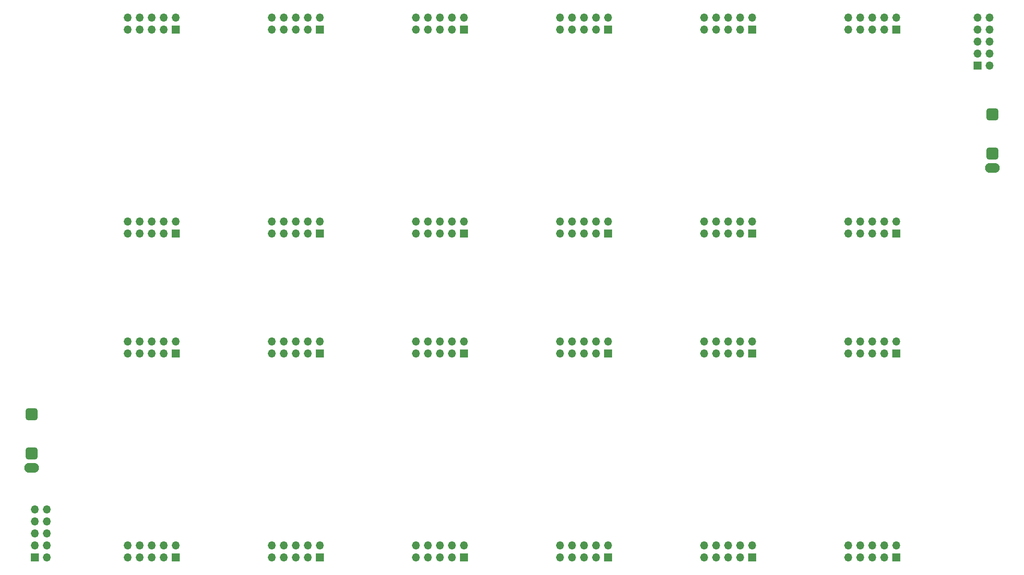
<source format=gbr>
%TF.GenerationSoftware,KiCad,Pcbnew,8.0.5*%
%TF.CreationDate,2024-11-10T10:57:10+05:30*%
%TF.ProjectId,base,62617365-2e6b-4696-9361-645f70636258,rev?*%
%TF.SameCoordinates,Original*%
%TF.FileFunction,Soldermask,Bot*%
%TF.FilePolarity,Negative*%
%FSLAX46Y46*%
G04 Gerber Fmt 4.6, Leading zero omitted, Abs format (unit mm)*
G04 Created by KiCad (PCBNEW 8.0.5) date 2024-11-10 10:57:10*
%MOMM*%
%LPD*%
G01*
G04 APERTURE LIST*
G04 Aperture macros list*
%AMRoundRect*
0 Rectangle with rounded corners*
0 $1 Rounding radius*
0 $2 $3 $4 $5 $6 $7 $8 $9 X,Y pos of 4 corners*
0 Add a 4 corners polygon primitive as box body*
4,1,4,$2,$3,$4,$5,$6,$7,$8,$9,$2,$3,0*
0 Add four circle primitives for the rounded corners*
1,1,$1+$1,$2,$3*
1,1,$1+$1,$4,$5*
1,1,$1+$1,$6,$7*
1,1,$1+$1,$8,$9*
0 Add four rect primitives between the rounded corners*
20,1,$1+$1,$2,$3,$4,$5,0*
20,1,$1+$1,$4,$5,$6,$7,0*
20,1,$1+$1,$6,$7,$8,$9,0*
20,1,$1+$1,$8,$9,$2,$3,0*%
G04 Aperture macros list end*
%ADD10RoundRect,0.650000X-0.650000X-0.650000X0.650000X-0.650000X0.650000X0.650000X-0.650000X0.650000X0*%
%ADD11O,3.100000X2.100000*%
%ADD12R,1.700000X1.700000*%
%ADD13O,1.700000X1.700000*%
G04 APERTURE END LIST*
D10*
%TO.C,J2*%
X40640000Y-130380000D03*
D11*
X40640000Y-133480000D03*
D10*
X40640000Y-122080000D03*
%TD*%
%TO.C,J1*%
X243840000Y-66880000D03*
D11*
X243840000Y-69980000D03*
D10*
X243840000Y-58580000D03*
%TD*%
D12*
%TO.C,GND2*%
X101600000Y-83820000D03*
D13*
X101600000Y-81280000D03*
X99060000Y-83820000D03*
X99060000Y-81280000D03*
X96520000Y-83820000D03*
X96520000Y-81280000D03*
X93980000Y-83820000D03*
X93980000Y-81280000D03*
X91440000Y-83820000D03*
X91440000Y-81280000D03*
%TD*%
%TO.C,5V13*%
X243205000Y-38100000D03*
X240665000Y-38100000D03*
X243205000Y-40640000D03*
X240665000Y-40640000D03*
X243205000Y-43180000D03*
X240665000Y-43180000D03*
X243205000Y-45720000D03*
X240665000Y-45720000D03*
X243205000Y-48260000D03*
D12*
X240665000Y-48260000D03*
%TD*%
%TO.C,GND8*%
X101600000Y-152400000D03*
D13*
X101600000Y-149860000D03*
X99060000Y-152400000D03*
X99060000Y-149860000D03*
X96520000Y-152400000D03*
X96520000Y-149860000D03*
X93980000Y-152400000D03*
X93980000Y-149860000D03*
X91440000Y-152400000D03*
X91440000Y-149860000D03*
%TD*%
D12*
%TO.C,5V5*%
X193040000Y-40640000D03*
D13*
X193040000Y-38100000D03*
X190500000Y-40640000D03*
X190500000Y-38100000D03*
X187960000Y-40640000D03*
X187960000Y-38100000D03*
X185420000Y-40640000D03*
X185420000Y-38100000D03*
X182880000Y-40640000D03*
X182880000Y-38100000D03*
%TD*%
D12*
%TO.C,GND12*%
X223520000Y-152400000D03*
D13*
X223520000Y-149860000D03*
X220980000Y-152400000D03*
X220980000Y-149860000D03*
X218440000Y-152400000D03*
X218440000Y-149860000D03*
X215900000Y-152400000D03*
X215900000Y-149860000D03*
X213360000Y-152400000D03*
X213360000Y-149860000D03*
%TD*%
D12*
%TO.C,5V14*%
X41275000Y-152400000D03*
D13*
X43815000Y-152400000D03*
X41275000Y-149860000D03*
X43815000Y-149860000D03*
X41275000Y-147320000D03*
X43815000Y-147320000D03*
X41275000Y-144780000D03*
X43815000Y-144780000D03*
X41275000Y-142240000D03*
X43815000Y-142240000D03*
%TD*%
D12*
%TO.C,5V3*%
X132080000Y-40640000D03*
D13*
X132080000Y-38100000D03*
X129540000Y-40640000D03*
X129540000Y-38100000D03*
X127000000Y-40640000D03*
X127000000Y-38100000D03*
X124460000Y-40640000D03*
X124460000Y-38100000D03*
X121920000Y-40640000D03*
X121920000Y-38100000D03*
%TD*%
D12*
%TO.C,5V12*%
X223520000Y-109220000D03*
D13*
X223520000Y-106680000D03*
X220980000Y-109220000D03*
X220980000Y-106680000D03*
X218440000Y-109220000D03*
X218440000Y-106680000D03*
X215900000Y-109220000D03*
X215900000Y-106680000D03*
X213360000Y-109220000D03*
X213360000Y-106680000D03*
%TD*%
D12*
%TO.C,5V7*%
X71120000Y-109220000D03*
D13*
X71120000Y-106680000D03*
X68580000Y-109220000D03*
X68580000Y-106680000D03*
X66040000Y-109220000D03*
X66040000Y-106680000D03*
X63500000Y-109220000D03*
X63500000Y-106680000D03*
X60960000Y-109220000D03*
X60960000Y-106680000D03*
%TD*%
D12*
%TO.C,GND7*%
X71120000Y-152400000D03*
D13*
X71120000Y-149860000D03*
X68580000Y-152400000D03*
X68580000Y-149860000D03*
X66040000Y-152400000D03*
X66040000Y-149860000D03*
X63500000Y-152400000D03*
X63500000Y-149860000D03*
X60960000Y-152400000D03*
X60960000Y-149860000D03*
%TD*%
D12*
%TO.C,5V8*%
X101600000Y-109220000D03*
D13*
X101600000Y-106680000D03*
X99060000Y-109220000D03*
X99060000Y-106680000D03*
X96520000Y-109220000D03*
X96520000Y-106680000D03*
X93980000Y-109220000D03*
X93980000Y-106680000D03*
X91440000Y-109220000D03*
X91440000Y-106680000D03*
%TD*%
D12*
%TO.C,GND10*%
X162560000Y-152400000D03*
D13*
X162560000Y-149860000D03*
X160020000Y-152400000D03*
X160020000Y-149860000D03*
X157480000Y-152400000D03*
X157480000Y-149860000D03*
X154940000Y-152400000D03*
X154940000Y-149860000D03*
X152400000Y-152400000D03*
X152400000Y-149860000D03*
%TD*%
D12*
%TO.C,GND6*%
X223520000Y-83820000D03*
D13*
X223520000Y-81280000D03*
X220980000Y-83820000D03*
X220980000Y-81280000D03*
X218440000Y-83820000D03*
X218440000Y-81280000D03*
X215900000Y-83820000D03*
X215900000Y-81280000D03*
X213360000Y-83820000D03*
X213360000Y-81280000D03*
%TD*%
D12*
%TO.C,GND9*%
X132080000Y-152400000D03*
D13*
X132080000Y-149860000D03*
X129540000Y-152400000D03*
X129540000Y-149860000D03*
X127000000Y-152400000D03*
X127000000Y-149860000D03*
X124460000Y-152400000D03*
X124460000Y-149860000D03*
X121920000Y-152400000D03*
X121920000Y-149860000D03*
%TD*%
D12*
%TO.C,GND3*%
X132080000Y-83820000D03*
D13*
X132080000Y-81280000D03*
X129540000Y-83820000D03*
X129540000Y-81280000D03*
X127000000Y-83820000D03*
X127000000Y-81280000D03*
X124460000Y-83820000D03*
X124460000Y-81280000D03*
X121920000Y-83820000D03*
X121920000Y-81280000D03*
%TD*%
D12*
%TO.C,5V10*%
X162560000Y-109220000D03*
D13*
X162560000Y-106680000D03*
X160020000Y-109220000D03*
X160020000Y-106680000D03*
X157480000Y-109220000D03*
X157480000Y-106680000D03*
X154940000Y-109220000D03*
X154940000Y-106680000D03*
X152400000Y-109220000D03*
X152400000Y-106680000D03*
%TD*%
D12*
%TO.C,GND5*%
X193040000Y-83820000D03*
D13*
X193040000Y-81280000D03*
X190500000Y-83820000D03*
X190500000Y-81280000D03*
X187960000Y-83820000D03*
X187960000Y-81280000D03*
X185420000Y-83820000D03*
X185420000Y-81280000D03*
X182880000Y-83820000D03*
X182880000Y-81280000D03*
%TD*%
D12*
%TO.C,5V4*%
X162560000Y-40640000D03*
D13*
X162560000Y-38100000D03*
X160020000Y-40640000D03*
X160020000Y-38100000D03*
X157480000Y-40640000D03*
X157480000Y-38100000D03*
X154940000Y-40640000D03*
X154940000Y-38100000D03*
X152400000Y-40640000D03*
X152400000Y-38100000D03*
%TD*%
D12*
%TO.C,GND1*%
X71120000Y-83820000D03*
D13*
X71120000Y-81280000D03*
X68580000Y-83820000D03*
X68580000Y-81280000D03*
X66040000Y-83820000D03*
X66040000Y-81280000D03*
X63500000Y-83820000D03*
X63500000Y-81280000D03*
X60960000Y-83820000D03*
X60960000Y-81280000D03*
%TD*%
D12*
%TO.C,5V1*%
X71120000Y-40640000D03*
D13*
X71120000Y-38100000D03*
X68580000Y-40640000D03*
X68580000Y-38100000D03*
X66040000Y-40640000D03*
X66040000Y-38100000D03*
X63500000Y-40640000D03*
X63500000Y-38100000D03*
X60960000Y-40640000D03*
X60960000Y-38100000D03*
%TD*%
D12*
%TO.C,GND4*%
X162560000Y-83820000D03*
D13*
X162560000Y-81280000D03*
X160020000Y-83820000D03*
X160020000Y-81280000D03*
X157480000Y-83820000D03*
X157480000Y-81280000D03*
X154940000Y-83820000D03*
X154940000Y-81280000D03*
X152400000Y-83820000D03*
X152400000Y-81280000D03*
%TD*%
D12*
%TO.C,5V6*%
X223520000Y-40640000D03*
D13*
X223520000Y-38100000D03*
X220980000Y-40640000D03*
X220980000Y-38100000D03*
X218440000Y-40640000D03*
X218440000Y-38100000D03*
X215900000Y-40640000D03*
X215900000Y-38100000D03*
X213360000Y-40640000D03*
X213360000Y-38100000D03*
%TD*%
D12*
%TO.C,GND11*%
X193040000Y-152400000D03*
D13*
X193040000Y-149860000D03*
X190500000Y-152400000D03*
X190500000Y-149860000D03*
X187960000Y-152400000D03*
X187960000Y-149860000D03*
X185420000Y-152400000D03*
X185420000Y-149860000D03*
X182880000Y-152400000D03*
X182880000Y-149860000D03*
%TD*%
D12*
%TO.C,5V9*%
X132080000Y-109220000D03*
D13*
X132080000Y-106680000D03*
X129540000Y-109220000D03*
X129540000Y-106680000D03*
X127000000Y-109220000D03*
X127000000Y-106680000D03*
X124460000Y-109220000D03*
X124460000Y-106680000D03*
X121920000Y-109220000D03*
X121920000Y-106680000D03*
%TD*%
D12*
%TO.C,5V11*%
X193040000Y-109220000D03*
D13*
X193040000Y-106680000D03*
X190500000Y-109220000D03*
X190500000Y-106680000D03*
X187960000Y-109220000D03*
X187960000Y-106680000D03*
X185420000Y-109220000D03*
X185420000Y-106680000D03*
X182880000Y-109220000D03*
X182880000Y-106680000D03*
%TD*%
D12*
%TO.C,5V2*%
X101600000Y-40640000D03*
D13*
X101600000Y-38100000D03*
X99060000Y-40640000D03*
X99060000Y-38100000D03*
X96520000Y-40640000D03*
X96520000Y-38100000D03*
X93980000Y-40640000D03*
X93980000Y-38100000D03*
X91440000Y-40640000D03*
X91440000Y-38100000D03*
%TD*%
M02*

</source>
